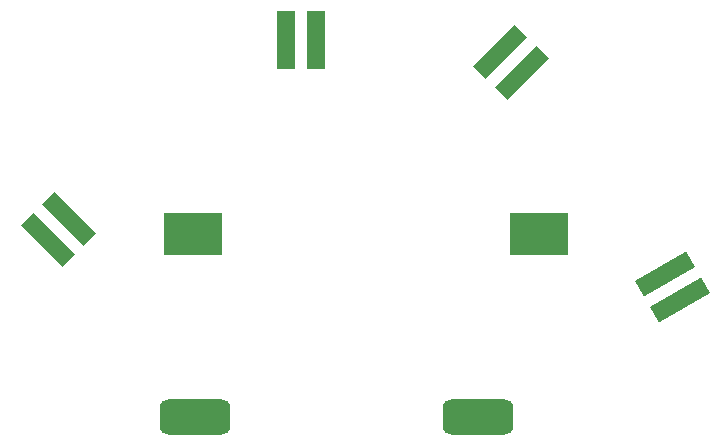
<source format=gbr>
%TF.GenerationSoftware,KiCad,Pcbnew,(6.0.7)*%
%TF.CreationDate,2022-08-20T21:46:31+02:00*%
%TF.ProjectId,demoDino,64656d6f-4469-46e6-9f2e-6b696361645f,rev?*%
%TF.SameCoordinates,Original*%
%TF.FileFunction,Paste,Bot*%
%TF.FilePolarity,Positive*%
%FSLAX46Y46*%
G04 Gerber Fmt 4.6, Leading zero omitted, Abs format (unit mm)*
G04 Created by KiCad (PCBNEW (6.0.7)) date 2022-08-20 21:46:31*
%MOMM*%
%LPD*%
G01*
G04 APERTURE LIST*
G04 Aperture macros list*
%AMRoundRect*
0 Rectangle with rounded corners*
0 $1 Rounding radius*
0 $2 $3 $4 $5 $6 $7 $8 $9 X,Y pos of 4 corners*
0 Add a 4 corners polygon primitive as box body*
4,1,4,$2,$3,$4,$5,$6,$7,$8,$9,$2,$3,0*
0 Add four circle primitives for the rounded corners*
1,1,$1+$1,$2,$3*
1,1,$1+$1,$4,$5*
1,1,$1+$1,$6,$7*
1,1,$1+$1,$8,$9*
0 Add four rect primitives between the rounded corners*
20,1,$1+$1,$2,$3,$4,$5,0*
20,1,$1+$1,$4,$5,$6,$7,0*
20,1,$1+$1,$6,$7,$8,$9,0*
20,1,$1+$1,$8,$9,$2,$3,0*%
%AMRotRect*
0 Rectangle, with rotation*
0 The origin of the aperture is its center*
0 $1 length*
0 $2 width*
0 $3 Rotation angle, in degrees counterclockwise*
0 Add horizontal line*
21,1,$1,$2,0,0,$3*%
G04 Aperture macros list end*
%ADD10RoundRect,0.750000X2.250000X0.750000X-2.250000X0.750000X-2.250000X-0.750000X2.250000X-0.750000X0*%
%ADD11R,1.524000X5.000000*%
%ADD12RotRect,1.524000X5.000000X120.000000*%
%ADD13RotRect,1.524000X5.000000X45.000000*%
%ADD14RotRect,1.524000X5.000000X135.000000*%
%ADD15R,5.000000X3.600000*%
G04 APERTURE END LIST*
D10*
%TO.C,SW1*%
X95500000Y-85500000D03*
X71500000Y-85500000D03*
%TD*%
D11*
%TO.C,D4*%
X81770000Y-53625000D03*
X79230000Y-53625000D03*
%TD*%
D12*
%TO.C,D3*%
X112584475Y-75599852D03*
X111314475Y-73400148D03*
%TD*%
D13*
%TO.C,D2*%
X59110913Y-70525126D03*
X60906964Y-68729075D03*
%TD*%
D14*
%TO.C,D1*%
X99188880Y-56416253D03*
X97392829Y-54620202D03*
%TD*%
D15*
%TO.C,BT1*%
X71350000Y-70000000D03*
X100650000Y-70000000D03*
%TD*%
M02*

</source>
